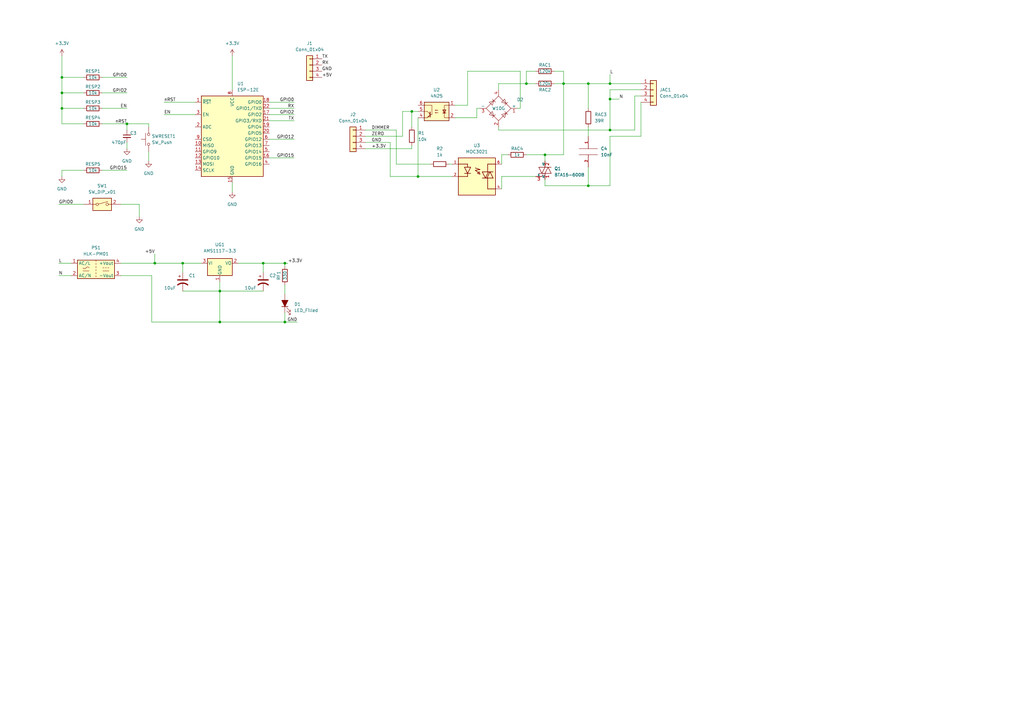
<source format=kicad_sch>
(kicad_sch (version 20211123) (generator eeschema)
  (paper "A3")
  (lib_symbols
    (symbol "Connector_Generic:Conn_01x04" (pin_names (offset 1.016) hide)
      (property "Reference" "J" (at 0 5.08 0))
      (property "Value" "Conn_01x04" (at 0 -7.62 0))
      (symbol "Conn_01x04_1_1"
        (rectangle (start -1.27 -4.953) (end 0 -5.207) (stroke (width 0.1524)))
        (rectangle (start -1.27 -2.413) (end 0 -2.667) (stroke (width 0.1524)))
        (rectangle (start -1.27 0.127) (end 0 -0.127) (stroke (width 0.1524)))
        (rectangle (start -1.27 2.667) (end 0 2.413) (stroke (width 0.1524)))
        (rectangle (start -1.27 3.81) (end 1.27 -6.35) (stroke (width 0.254)) (fill (type background)))
        (pin passive line (at -5.08 2.54 0) (length 3.81) (name "Pin_1") (number "1"))
        (pin passive line (at -5.08 0 0) (length 3.81) (name "Pin_2") (number "2"))
        (pin passive line (at -5.08 -2.54 0) (length 3.81) (name "Pin_3") (number "3"))
        (pin passive line (at -5.08 -5.08 0) (length 3.81) (name "Pin_4") (number "4"))
      )
    )
    (symbol "Converter_ACDC:HLK-PM01"
      (property "Reference" "PS" (at 0 5.08 0))
      (property "Value" "HLK-PM01" (at 0 -5.08 0))
      (symbol "HLK-PM01_0_1"
        (rectangle (start -7.62 3.81) (end 7.62 -3.81) (stroke (width 0.254)) (fill (type background)))
        (arc (start -5.334 0.635) (mid -4.699 0.2495) (end -4.064 0.635))
        (arc (start -2.794 0.635) (mid -3.429 1.0072) (end -4.064 0.635))
        (polyline (pts (xy -5.334 -0.635) (xy -2.794 -0.635)))
        (polyline (pts (xy 0 -2.54) (xy 0 -3.175)))
        (polyline (pts (xy 0 -1.27) (xy 0 -1.905)))
        (polyline (pts (xy 0 0) (xy 0 -0.635)))
        (polyline (pts (xy 0 1.27) (xy 0 0.635)))
        (polyline (pts (xy 0 2.54) (xy 0 1.905)))
        (polyline (pts (xy 0 3.81) (xy 0 3.175)))
        (polyline (pts (xy 2.794 -0.635) (xy 5.334 -0.635)))
        (polyline (pts (xy 2.794 0.635) (xy 3.302 0.635)))
        (polyline (pts (xy 3.81 0.635) (xy 4.318 0.635)))
        (polyline (pts (xy 4.826 0.635) (xy 5.334 0.635)))
      )
      (symbol "HLK-PM01_1_1"
        (pin power_in line (at -10.16 2.54 0) (length 2.54) (name "AC/L") (number "1"))
        (pin power_in line (at -10.16 -2.54 0) (length 2.54) (name "AC/N") (number "2"))
        (pin power_out line (at 10.16 -2.54 180) (length 2.54) (name "-Vout") (number "3"))
        (pin power_out line (at 10.16 2.54 180) (length 2.54) (name "+Vout") (number "4"))
      )
    )
    (symbol "Device:C_Polarized_US" (pin_numbers hide) (pin_names (offset 0.254) hide)
      (property "Reference" "C" (at 0.635 2.54 0))
      (property "Value" "C_Polarized_US" (at 0.635 -2.54 0))
      (symbol "C_Polarized_US_0_1"
        (polyline (pts (xy -2.032 0.762) (xy 2.032 0.762)) (stroke (width 0.508)))
        (polyline (pts (xy -1.778 2.286) (xy -0.762 2.286)))
        (polyline (pts (xy -1.27 1.778) (xy -1.27 2.794)))
        (arc (start 2.032 -1.27) (mid 0 -0.5572) (end -2.032 -1.27) (stroke (width 0.508)))
      )
      (symbol "C_Polarized_US_1_1"
        (pin passive line (at 0 3.81 270) (length 2.794) (name "~") (number "1"))
        (pin passive line (at 0 -3.81 90) (length 3.302) (name "~") (number "2"))
      )
    )
    (symbol "Device:C_Small" (pin_numbers hide) (pin_names (offset 0.254) hide)
      (property "Reference" "C" (at 0.254 1.778 0))
      (property "Value" "C_Small" (at 0.254 -2.032 0))
      (symbol "C_Small_0_1"
        (polyline (pts (xy -1.524 -0.508) (xy 1.524 -0.508)) (stroke (width 0.3302)))
        (polyline (pts (xy -1.524 0.508) (xy 1.524 0.508)) (stroke (width 0.3048)))
      )
      (symbol "C_Small_1_1"
        (pin passive line (at 0 2.54 270) (length 2.032) (name "~") (number "1"))
        (pin passive line (at 0 -2.54 90) (length 2.032) (name "~") (number "2"))
      )
    )
    (symbol "Device:LED_Filled" (pin_numbers hide) (pin_names (offset 1.016) hide)
      (property "Reference" "D" (at 0 2.54 0))
      (property "Value" "LED_Filled" (at 0 -2.54 0))
      (symbol "LED_Filled_0_1"
        (polyline (pts (xy -1.27 -1.27) (xy -1.27 1.27)) (stroke (width 0.254)))
        (polyline (pts (xy -1.27 0) (xy 1.27 0)))
        (polyline (pts (xy 1.27 -1.27) (xy 1.27 1.27) (xy -1.27 0) (xy 1.27 -1.27)) (stroke (width 0.254)) (fill (type outline)))
        (polyline (pts (xy -3.048 -0.762) (xy -4.572 -2.286) (xy -3.81 -2.286) (xy -4.572 -2.286) (xy -4.572 -1.524)))
        (polyline (pts (xy -1.778 -0.762) (xy -3.302 -2.286) (xy -2.54 -2.286) (xy -3.302 -2.286) (xy -3.302 -1.524)))
      )
      (symbol "LED_Filled_1_1"
        (pin passive line (at -3.81 0 0) (length 2.54) (name "K") (number "1"))
        (pin passive line (at 3.81 0 180) (length 2.54) (name "A") (number "2"))
      )
    )
    (symbol "Device:R" (pin_numbers hide) (pin_names (offset 0))
      (property "Reference" "R" (at 2.032 0 90))
      (property "Value" "R" (at 0 0 90))
      (symbol "R_0_1"
        (rectangle (start -1.016 -2.54) (end 1.016 2.54) (stroke (width 0.254)))
      )
      (symbol "R_1_1"
        (pin passive line (at 0 3.81 270) (length 1.27) (name "~") (number "1"))
        (pin passive line (at 0 -3.81 90) (length 1.27) (name "~") (number "2"))
      )
    )
    (symbol "Diode_Bridge:W10G" (pin_names (offset 0))
      (property "Reference" "D" (at 2.54 6.985 0))
      (property "Value" "W10G" (at 2.54 5.08 0))
      (symbol "W10G_0_1"
        (polyline (pts (xy -2.54 3.81) (xy -1.27 2.54)))
        (polyline (pts (xy -1.27 -2.54) (xy -2.54 -3.81)))
        (polyline (pts (xy 2.54 -1.27) (xy 3.81 -2.54)))
        (polyline (pts (xy 2.54 1.27) (xy 3.81 2.54)))
        (polyline (pts (xy -3.81 2.54) (xy -2.54 1.27) (xy -1.905 3.175) (xy -3.81 2.54)))
        (polyline (pts (xy -2.54 -1.27) (xy -3.81 -2.54) (xy -1.905 -3.175) (xy -2.54 -1.27)))
        (polyline (pts (xy 1.27 2.54) (xy 2.54 3.81) (xy 3.175 1.905) (xy 1.27 2.54)))
        (polyline (pts (xy 3.175 -1.905) (xy 1.27 -2.54) (xy 2.54 -3.81) (xy 3.175 -1.905)))
        (polyline (pts (xy -5.08 0) (xy 0 -5.08) (xy 5.08 0) (xy 0 5.08) (xy -5.08 0)))
      )
      (symbol "W10G_1_1"
        (pin passive line (at 7.62 0 180) (length 2.54) (name "+") (number "1"))
        (pin passive line (at 0 -7.62 90) (length 2.54) (name "~") (number "2"))
        (pin passive line (at -7.62 0 0) (length 2.54) (name "-") (number "3"))
        (pin passive line (at 0 7.62 270) (length 2.54) (name "~") (number "4"))
      )
    )
    (symbol "Isolator:4N25" (pin_names (offset 1.016))
      (property "Reference" "U" (at -5.08 5.08 0))
      (property "Value" "4N25" (at 0 5.08 0))
      (symbol "4N25_0_1"
        (rectangle (start -5.08 3.81) (end 5.08 -3.81) (stroke (width 0.254)) (fill (type background)))
        (polyline (pts (xy -3.81 -0.635) (xy -2.54 -0.635)) (stroke (width 0.254)))
        (polyline (pts (xy 2.667 -1.397) (xy 3.81 -2.54)))
        (polyline (pts (xy 2.667 -1.143) (xy 3.81 0)))
        (polyline (pts (xy 3.81 -2.54) (xy 5.08 -2.54)))
        (polyline (pts (xy 3.81 0) (xy 5.08 0)))
        (polyline (pts (xy 2.667 -0.254) (xy 2.667 -2.286) (xy 2.667 -2.286)) (stroke (width 0.3556)))
        (polyline (pts (xy -5.08 -2.54) (xy -3.175 -2.54) (xy -3.175 2.54) (xy -5.08 2.54)))
        (polyline (pts (xy -3.175 -0.635) (xy -3.81 0.635) (xy -2.54 0.635) (xy -3.175 -0.635)) (stroke (width 0.254)))
        (polyline (pts (xy 3.683 -2.413) (xy 3.429 -1.905) (xy 3.175 -2.159) (xy 3.683 -2.413)))
        (polyline (pts (xy 5.08 2.54) (xy 1.905 2.54) (xy 1.905 -1.27) (xy 2.54 -1.27)))
        (polyline (pts (xy -0.635 -0.508) (xy 0.635 -0.508) (xy 0.254 -0.635) (xy 0.254 -0.381) (xy 0.635 -0.508)))
        (polyline (pts (xy -0.635 0.508) (xy 0.635 0.508) (xy 0.254 0.381) (xy 0.254 0.635) (xy 0.635 0.508)))
      )
      (symbol "4N25_1_1"
        (pin passive line (at -7.62 2.54 0) (length 2.54) (name "~") (number "1"))
        (pin passive line (at -7.62 -2.54 0) (length 2.54) (name "~") (number "2"))
        (pin no_connect line (at -5.08 0 0) (length 2.54) hide (name "NC") (number "3"))
        (pin passive line (at 7.62 -2.54 180) (length 2.54) (name "~") (number "4"))
        (pin passive line (at 7.62 0 180) (length 2.54) (name "~") (number "5"))
        (pin passive line (at 7.62 2.54 180) (length 2.54) (name "~") (number "6"))
      )
    )
    (symbol "MOC3021:MOC3021" (pin_names (offset 1.016))
      (property "Reference" "U" (at -7.6286 8.2643 0))
      (property "Value" "MOC3021" (at -7.6314 -10.1751 0))
      (symbol "MOC3021_0_0"
        (rectangle (start -7.62 -7.62) (end 7.62 7.62) (stroke (width 0.254)) (fill (type background)))
        (polyline (pts (xy -5.08 1.27) (xy -3.81 1.27)) (stroke (width 0.254)))
        (polyline (pts (xy -5.08 3.81) (xy -3.81 1.27)) (stroke (width 0.254)))
        (polyline (pts (xy -3.81 0) (xy -7.62 0)) (stroke (width 0.254)))
        (polyline (pts (xy -3.81 1.27) (xy -3.81 0)) (stroke (width 0.254)))
        (polyline (pts (xy -3.81 1.27) (xy -2.54 1.27)) (stroke (width 0.254)))
        (polyline (pts (xy -3.81 1.27) (xy -2.54 3.81)) (stroke (width 0.254)))
        (polyline (pts (xy -3.81 3.81) (xy -5.08 3.81)) (stroke (width 0.254)))
        (polyline (pts (xy -3.81 3.81) (xy -3.81 5.08)) (stroke (width 0.254)))
        (polyline (pts (xy -3.81 5.08) (xy -7.62 5.08)) (stroke (width 0.254)))
        (polyline (pts (xy -2.54 3.81) (xy -3.81 3.81)) (stroke (width 0.254)))
        (polyline (pts (xy -0.635 2.54) (xy 0.635 1.5875)) (stroke (width 0.254)))
        (polyline (pts (xy -0.635 3.4925) (xy 1.27 2.8575)) (stroke (width 0.254)))
        (polyline (pts (xy 0.3175 1.27) (xy 1.27 0.9525)) (stroke (width 0.254)))
        (polyline (pts (xy 0.635 1.5875) (xy 0.3175 1.27)) (stroke (width 0.254)))
        (polyline (pts (xy 0.9525 1.905) (xy 0.635 1.5875)) (stroke (width 0.254)))
        (polyline (pts (xy 1.27 0.9525) (xy 0.9525 1.905)) (stroke (width 0.254)))
        (polyline (pts (xy 1.27 2.8575) (xy -0.635 2.54)) (stroke (width 0.254)))
        (polyline (pts (xy 2.2225 -0.635) (xy 3.4925 -0.635)) (stroke (width 0.254)))
        (polyline (pts (xy 2.2225 1.905) (xy 4.445 1.905)) (stroke (width 0.254)))
        (polyline (pts (xy 3.4925 -0.635) (xy 2.2225 1.905)) (stroke (width 0.254)))
        (polyline (pts (xy 3.4925 -0.635) (xy 4.1275 -0.635)) (stroke (width 0.254)))
        (polyline (pts (xy 4.1275 -0.635) (xy 4.445 -0.635)) (stroke (width 0.254)))
        (polyline (pts (xy 4.445 -5.08) (xy 7.62 -5.08)) (stroke (width 0.254)))
        (polyline (pts (xy 4.445 -0.635) (xy 4.445 -5.08)) (stroke (width 0.254)))
        (polyline (pts (xy 4.445 -0.635) (xy 6.6675 -0.635)) (stroke (width 0.254)))
        (polyline (pts (xy 4.445 1.905) (xy 4.7625 1.905)) (stroke (width 0.254)))
        (polyline (pts (xy 4.445 5.08) (xy 4.445 1.905)) (stroke (width 0.254)))
        (polyline (pts (xy 4.445 5.08) (xy 7.62 5.08)) (stroke (width 0.254)))
        (polyline (pts (xy 4.7625 1.905) (xy 3.4925 -0.635)) (stroke (width 0.254)))
        (polyline (pts (xy 4.7625 1.905) (xy 5.3975 1.905)) (stroke (width 0.254)))
        (polyline (pts (xy 5.3975 1.905) (xy 4.1275 -0.635)) (stroke (width 0.254)))
        (polyline (pts (xy 5.3975 1.905) (xy 6.6675 1.905)) (stroke (width 0.254)))
        (polyline (pts (xy 6.6675 -0.635) (xy 5.3975 1.905)) (stroke (width 0.254)))
        (pin passive line (at -10.16 5.08 0) (length 2.54) (name "~") (number "1"))
        (pin passive line (at -10.16 0 0) (length 2.54) (name "~") (number "2"))
        (pin passive line (at 10.16 -5.08 180) (length 2.54) (name "~") (number "4"))
        (pin passive line (at 10.16 5.08 180) (length 2.54) (name "~") (number "6"))
      )
    )
    (symbol "RF_Module:ESP-12E"
      (property "Reference" "U" (at -12.7 19.05 0))
      (property "Value" "ESP-12E" (at 12.7 19.05 0))
      (symbol "ESP-12E_0_1"
        (rectangle (start -12.7 17.78) (end 12.7 -15.24) (stroke (width 0.254)) (fill (type background)))
      )
      (symbol "ESP-12E_1_1"
        (pin input line (at -15.24 15.24 0) (length 2.54) (name "~{RST}") (number "1"))
        (pin bidirectional line (at -15.24 -2.54 0) (length 2.54) (name "MISO") (number "10"))
        (pin bidirectional line (at -15.24 -5.08 0) (length 2.54) (name "GPIO9") (number "11"))
        (pin bidirectional line (at -15.24 -7.62 0) (length 2.54) (name "GPIO10") (number "12"))
        (pin bidirectional line (at -15.24 -10.16 0) (length 2.54) (name "MOSI") (number "13"))
        (pin bidirectional line (at -15.24 -12.7 0) (length 2.54) (name "SCLK") (number "14"))
        (pin power_in line (at 0 -17.78 90) (length 2.54) (name "GND") (number "15"))
        (pin bidirectional line (at 15.24 -7.62 180) (length 2.54) (name "GPIO15") (number "16"))
        (pin bidirectional line (at 15.24 10.16 180) (length 2.54) (name "GPIO2") (number "17"))
        (pin bidirectional line (at 15.24 15.24 180) (length 2.54) (name "GPIO0") (number "18"))
        (pin bidirectional line (at 15.24 5.08 180) (length 2.54) (name "GPIO4") (number "19"))
        (pin input line (at -15.24 5.08 0) (length 2.54) (name "ADC") (number "2"))
        (pin bidirectional line (at 15.24 2.54 180) (length 2.54) (name "GPIO5") (number "20"))
        (pin bidirectional line (at 15.24 7.62 180) (length 2.54) (name "GPIO3/RXD") (number "21"))
        (pin bidirectional line (at 15.24 12.7 180) (length 2.54) (name "GPIO1/TXD") (number "22"))
        (pin input line (at -15.24 10.16 0) (length 2.54) (name "EN") (number "3"))
        (pin bidirectional line (at 15.24 -10.16 180) (length 2.54) (name "GPIO16") (number "4"))
        (pin bidirectional line (at 15.24 -5.08 180) (length 2.54) (name "GPIO14") (number "5"))
        (pin bidirectional line (at 15.24 0 180) (length 2.54) (name "GPIO12") (number "6"))
        (pin bidirectional line (at 15.24 -2.54 180) (length 2.54) (name "GPIO13") (number "7"))
        (pin power_in line (at 0 20.32 270) (length 2.54) (name "VCC") (number "8"))
        (pin input line (at -15.24 0 0) (length 2.54) (name "CS0") (number "9"))
      )
    )
    (symbol "Regulator_Linear:AMS1117-3.3" (pin_names (offset 0.254))
      (property "Reference" "U" (at -3.81 3.175 0))
      (property "Value" "AMS1117-3.3" (at 0 3.175 0))
      (symbol "AMS1117-3.3_0_1"
        (rectangle (start -5.08 -5.08) (end 5.08 1.905) (stroke (width 0.254)) (fill (type background)))
      )
      (symbol "AMS1117-3.3_1_1"
        (pin power_in line (at 0 -7.62 90) (length 2.54) (name "GND") (number "1"))
        (pin power_out line (at 7.62 0 180) (length 2.54) (name "VO") (number "2"))
        (pin power_in line (at -7.62 0 0) (length 2.54) (name "VI") (number "3"))
      )
    )
    (symbol "Switch:SW_DIP_x01" (pin_names (offset 0) hide)
      (property "Reference" "SW" (at 0 3.81 0))
      (property "Value" "SW_DIP_x01" (at 0 -3.81 0))
      (symbol "SW_DIP_x01_0_0"
        (circle (center -2.032 0) (radius 0.508))
        (polyline (pts (xy -1.524 0.127) (xy 2.3622 1.1684)))
        (circle (center 2.032 0) (radius 0.508))
      )
      (symbol "SW_DIP_x01_0_1"
        (rectangle (start -3.81 2.54) (end 3.81 -2.54) (stroke (width 0.254)) (fill (type background)))
      )
      (symbol "SW_DIP_x01_1_1"
        (pin passive line (at -7.62 0 0) (length 5.08) (name "~") (number "1"))
        (pin passive line (at 7.62 0 180) (length 5.08) (name "~") (number "2"))
      )
    )
    (symbol "Switch:SW_Push" (pin_numbers hide) (pin_names (offset 1.016) hide)
      (property "Reference" "SW" (at 1.27 2.54 0))
      (property "Value" "SW_Push" (at 0 -1.524 0))
      (symbol "SW_Push_0_1"
        (circle (center -2.032 0) (radius 0.508))
        (polyline (pts (xy 0 1.27) (xy 0 3.048)))
        (polyline (pts (xy 2.54 1.27) (xy -2.54 1.27)))
        (circle (center 2.032 0) (radius 0.508))
        (pin passive line (at -5.08 0 0) (length 2.54) (name "1") (number "1"))
        (pin passive line (at 5.08 0 180) (length 2.54) (name "2") (number "2"))
      )
    )
    (symbol "Triac_Thyristor:BTA16-600B" (pin_names (offset 0))
      (property "Reference" "Q" (at 5.08 1.905 0))
      (property "Value" "BTA16-600B" (at 5.08 0 0))
      (symbol "BTA16-600B_0_1"
        (polyline (pts (xy -2.54 -1.27) (xy 2.54 -1.27)) (stroke (width 0.2032)))
        (polyline (pts (xy -2.54 1.27) (xy 2.54 1.27)) (stroke (width 0.2032)))
        (polyline (pts (xy -1.27 -2.54) (xy -0.635 -1.27)))
        (polyline (pts (xy -2.54 1.27) (xy -1.27 -1.27) (xy 0 1.27)) (stroke (width 0.2032)))
        (polyline (pts (xy 0 -1.27) (xy 1.27 1.27) (xy 2.54 -1.27)) (stroke (width 0.2032)))
      )
      (symbol "BTA16-600B_1_1"
        (pin passive line (at 0 -3.81 90) (length 2.54) (name "A1") (number "1"))
        (pin passive line (at 0 3.81 270) (length 2.54) (name "A2") (number "2"))
        (pin input line (at -3.81 -2.54 0) (length 2.54) (name "G") (number "3"))
      )
    )
    (symbol "power:+3.3V" (power) (pin_names (offset 0))
      (property "Value" "+3.3V" (at 0 3.556 0))
      (symbol "+3.3V_0_1"
        (polyline (pts (xy -0.762 1.27) (xy 0 2.54)))
        (polyline (pts (xy 0 0) (xy 0 2.54)))
        (polyline (pts (xy 0 2.54) (xy 0.762 1.27)))
      )
      (symbol "+3.3V_1_1"
        (pin power_in line (at 0 0 90) (length 0) hide (name "+3.3V") (number "1"))
      )
    )
    (symbol "power:GND" (power) (pin_names (offset 0))
      (property "Value" "GND" (at 0 -3.81 0))
      (symbol "GND_0_1"
        (polyline (pts (xy 0 0) (xy 0 -1.27) (xy 1.27 -1.27) (xy 0 -2.54) (xy -1.27 -1.27) (xy 0 -1.27)))
      )
      (symbol "GND_1_1"
        (pin power_in line (at 0 0 270) (length 0) hide (name "GND") (number "1"))
      )
    )
    (symbol "pspice:CAP" (pin_names (offset 0.254))
      (property "Reference" "C" (at 2.54 3.81 90))
      (property "Value" "CAP" (at 2.54 -3.81 90))
      (symbol "CAP_0_1"
        (polyline (pts (xy -3.81 -1.27) (xy 3.81 -1.27)))
        (polyline (pts (xy -3.81 1.27) (xy 3.81 1.27)))
      )
      (symbol "CAP_1_1"
        (pin passive line (at 0 6.35 270) (length 5.08) (name "~") (number "1"))
        (pin passive line (at 0 -6.35 90) (length 5.08) (name "~") (number "2"))
      )
    )
  )
  (junction (at 52.07 50.8))
  (junction (at 215.9 34.29))
  (junction (at 171.45 72.39))
  (junction (at 250.19 40.64))
  (junction (at 250.19 34.29))
  (junction (at 63.5 107.95))
  (junction (at 25.4 38.1))
  (junction (at 231.14 34.29))
  (junction (at 116.84 107.95))
  (junction (at 168.91 45.72))
  (junction (at 25.4 44.45))
  (junction (at 74.93 107.95))
  (junction (at 223.52 63.5))
  (junction (at 250.19 53.34))
  (junction (at 25.4 31.75))
  (junction (at 107.95 107.95))
  (junction (at 90.17 119.38))
  (junction (at 241.3 34.29))
  (junction (at 116.84 132.08))
  (junction (at 90.17 132.08))
  (junction (at 241.3 76.2))
  (wire (pts (xy 204.47 53.34) (xy 250.19 53.34)))
  (wire (pts (xy 191.77 29.21) (xy 191.77 43.18)))
  (wire (pts (xy 90.17 132.08) (xy 90.17 119.38)))
  (wire (pts (xy 241.3 76.2) (xy 223.52 76.2)))
  (wire (pts (xy 110.49 64.77) (xy 120.65 64.77)))
  (wire (pts (xy 176.53 67.31) (xy 162.56 67.31)))
  (wire (pts (xy 41.91 44.45) (xy 52.07 44.45)))
  (wire (pts (xy 34.29 44.45) (xy 25.4 44.45)))
  (wire (pts (xy 223.52 76.2) (xy 223.52 73.66)))
  (wire (pts (xy 250.19 34.29) (xy 262.89 34.29)))
  (wire (pts (xy 186.69 43.18) (xy 191.77 43.18)))
  (wire (pts (xy 195.58 48.26) (xy 186.69 48.26)))
  (wire (pts (xy 204.47 36.83) (xy 204.47 34.29)))
  (wire (pts (xy 110.49 49.53) (xy 120.65 49.53)))
  (wire (pts (xy 165.1 55.88) (xy 165.1 45.72)))
  (wire (pts (xy 49.53 83.82) (xy 57.15 83.82)))
  (wire (pts (xy 110.49 57.15) (xy 120.65 57.15)))
  (wire (pts (xy 90.17 132.08) (xy 116.84 132.08)))
  (wire (pts (xy 90.17 119.38) (xy 107.95 119.38)))
  (wire (pts (xy 219.71 72.39) (xy 205.74 72.39)))
  (wire (pts (xy 24.13 83.82) (xy 34.29 83.82)))
  (wire (pts (xy 165.1 45.72) (xy 168.91 45.72)))
  (wire (pts (xy 107.95 107.95) (xy 116.84 107.95)))
  (wire (pts (xy 25.4 72.39) (xy 25.4 69.85)))
  (wire (pts (xy 213.36 44.45) (xy 213.36 29.21)))
  (wire (pts (xy 74.93 111.76) (xy 74.93 107.95)))
  (wire (pts (xy 231.14 63.5) (xy 223.52 63.5)))
  (wire (pts (xy 250.19 36.83) (xy 250.19 40.64)))
  (wire (pts (xy 24.13 107.95) (xy 29.21 107.95)))
  (wire (pts (xy 149.86 53.34) (xy 162.56 53.34)))
  (wire (pts (xy 196.85 44.45) (xy 195.58 44.45)))
  (wire (pts (xy 116.84 132.08) (xy 121.92 132.08)))
  (wire (pts (xy 205.74 63.5) (xy 205.74 67.31)))
  (wire (pts (xy 49.53 113.03) (xy 62.23 113.03)))
  (wire (pts (xy 250.19 40.64) (xy 250.19 53.34)))
  (wire (pts (xy 205.74 72.39) (xy 205.74 77.47)))
  (wire (pts (xy 107.95 107.95) (xy 97.79 107.95)))
  (wire (pts (xy 52.07 50.8) (xy 52.07 53.34)))
  (wire (pts (xy 223.52 63.5) (xy 223.52 66.04)))
  (wire (pts (xy 213.36 29.21) (xy 191.77 29.21)))
  (wire (pts (xy 250.19 55.88) (xy 250.19 76.2)))
  (wire (pts (xy 62.23 132.08) (xy 90.17 132.08)))
  (wire (pts (xy 205.74 63.5) (xy 208.28 63.5)))
  (wire (pts (xy 250.19 55.88) (xy 262.89 55.88)))
  (wire (pts (xy 52.07 50.8) (xy 60.96 50.8)))
  (wire (pts (xy 34.29 38.1) (xy 25.4 38.1)))
  (wire (pts (xy 241.3 34.29) (xy 231.14 34.29)))
  (wire (pts (xy 60.96 62.23) (xy 60.96 66.04)))
  (wire (pts (xy 149.86 55.88) (xy 165.1 55.88)))
  (wire (pts (xy 250.19 53.34) (xy 260.35 53.34)))
  (wire (pts (xy 25.4 22.86) (xy 25.4 31.75)))
  (wire (pts (xy 63.5 104.14) (xy 63.5 107.95)))
  (wire (pts (xy 160.02 72.39) (xy 171.45 72.39)))
  (wire (pts (xy 171.45 72.39) (xy 185.42 72.39)))
  (wire (pts (xy 204.47 34.29) (xy 215.9 34.29)))
  (wire (pts (xy 34.29 50.8) (xy 25.4 50.8)))
  (wire (pts (xy 67.31 41.91) (xy 80.01 41.91)))
  (wire (pts (xy 107.95 111.76) (xy 107.95 107.95)))
  (wire (pts (xy 90.17 119.38) (xy 90.17 115.57)))
  (wire (pts (xy 110.49 44.45) (xy 120.65 44.45)))
  (wire (pts (xy 241.3 34.29) (xy 241.3 44.45)))
  (wire (pts (xy 110.49 46.99) (xy 120.65 46.99)))
  (wire (pts (xy 25.4 44.45) (xy 25.4 38.1)))
  (wire (pts (xy 231.14 29.21) (xy 231.14 34.29)))
  (wire (pts (xy 52.07 58.42) (xy 52.07 60.96)))
  (wire (pts (xy 160.02 58.42) (xy 160.02 72.39)))
  (wire (pts (xy 168.91 45.72) (xy 171.45 45.72)))
  (wire (pts (xy 231.14 34.29) (xy 231.14 63.5)))
  (wire (pts (xy 95.25 74.93) (xy 95.25 78.74)))
  (wire (pts (xy 49.53 107.95) (xy 63.5 107.95)))
  (wire (pts (xy 184.15 67.31) (xy 185.42 67.31)))
  (wire (pts (xy 62.23 132.08) (xy 62.23 113.03)))
  (wire (pts (xy 74.93 107.95) (xy 82.55 107.95)))
  (wire (pts (xy 162.56 67.31) (xy 162.56 53.34)))
  (wire (pts (xy 116.84 128.27) (xy 116.84 132.08)))
  (wire (pts (xy 250.19 30.48) (xy 250.19 34.29)))
  (wire (pts (xy 149.86 58.42) (xy 160.02 58.42)))
  (wire (pts (xy 41.91 38.1) (xy 52.07 38.1)))
  (wire (pts (xy 60.96 52.07) (xy 60.96 50.8)))
  (wire (pts (xy 41.91 50.8) (xy 52.07 50.8)))
  (wire (pts (xy 195.58 44.45) (xy 195.58 48.26)))
  (wire (pts (xy 227.33 29.21) (xy 231.14 29.21)))
  (wire (pts (xy 250.19 34.29) (xy 241.3 34.29)))
  (wire (pts (xy 262.89 55.88) (xy 262.89 41.91)))
  (wire (pts (xy 231.14 34.29) (xy 227.33 34.29)))
  (wire (pts (xy 250.19 40.64) (xy 254 40.64)))
  (wire (pts (xy 171.45 48.26) (xy 171.45 72.39)))
  (wire (pts (xy 41.91 31.75) (xy 52.07 31.75)))
  (wire (pts (xy 215.9 63.5) (xy 223.52 63.5)))
  (wire (pts (xy 149.86 60.96) (xy 168.91 60.96)))
  (wire (pts (xy 63.5 107.95) (xy 74.93 107.95)))
  (wire (pts (xy 41.91 69.85) (xy 52.07 69.85)))
  (wire (pts (xy 260.35 53.34) (xy 260.35 39.37)))
  (wire (pts (xy 212.09 44.45) (xy 213.36 44.45)))
  (wire (pts (xy 219.71 29.21) (xy 215.9 29.21)))
  (wire (pts (xy 260.35 39.37) (xy 262.89 39.37)))
  (wire (pts (xy 74.93 119.38) (xy 90.17 119.38)))
  (wire (pts (xy 67.31 46.99) (xy 80.01 46.99)))
  (wire (pts (xy 25.4 69.85) (xy 34.29 69.85)))
  (wire (pts (xy 24.13 113.03) (xy 29.21 113.03)))
  (wire (pts (xy 168.91 60.96) (xy 168.91 59.69)))
  (wire (pts (xy 116.84 107.95) (xy 118.11 107.95)))
  (wire (pts (xy 168.91 45.72) (xy 168.91 52.07)))
  (wire (pts (xy 250.19 36.83) (xy 262.89 36.83)))
  (wire (pts (xy 215.9 34.29) (xy 219.71 34.29)))
  (wire (pts (xy 95.25 22.86) (xy 95.25 36.83)))
  (wire (pts (xy 215.9 29.21) (xy 215.9 34.29)))
  (wire (pts (xy 116.84 116.84) (xy 116.84 120.65)))
  (wire (pts (xy 241.3 52.07) (xy 241.3 55.88)))
  (wire (pts (xy 25.4 31.75) (xy 34.29 31.75)))
  (wire (pts (xy 25.4 50.8) (xy 25.4 44.45)))
  (wire (pts (xy 25.4 38.1) (xy 25.4 31.75)))
  (wire (pts (xy 116.84 107.95) (xy 116.84 109.22)))
  (wire (pts (xy 241.3 68.58) (xy 241.3 76.2)))
  (wire (pts (xy 250.19 76.2) (xy 241.3 76.2)))
  (wire (pts (xy 57.15 83.82) (xy 57.15 88.9)))
  (wire (pts (xy 204.47 52.07) (xy 204.47 53.34)))
  (wire (pts (xy 110.49 41.91) (xy 120.65 41.91)))
  (label "+5V" (at 132.08 31.75 0))
  (label "nRST" (at 52.07 50.8 180))
  (label "+3.3V" (at 152.4 60.96 0))
  (label "GPIO15" (at 52.07 69.85 180))
  (label "GPIO2" (at 52.07 38.1 180))
  (label "TX" (at 120.65 49.53 180))
  (label "GPIO2" (at 120.65 46.99 180))
  (label "+3.3V" (at 118.11 107.95 0))
  (label "GPIO0" (at 120.65 41.91 180))
  (label "GND" (at 132.08 29.21 0))
  (label "EN" (at 52.07 44.45 180))
  (label "TX" (at 132.08 24.13 0))
  (label "L" (at 250.19 30.48 0))
  (label "N" (at 254 40.64 0))
  (label "L" (at 24.13 107.95 0))
  (label "N" (at 24.13 113.03 0))
  (label "GPIO0" (at 52.07 31.75 180))
  (label "EN" (at 67.31 46.99 0))
  (label "ZERO" (at 152.4 55.88 0))
  (label "GND" (at 121.92 132.08 180))
  (label "GND" (at 152.4 58.42 0))
  (label "DIMMER" (at 152.4 53.34 0))
  (label "+5V" (at 63.5 104.14 180))
  (label "nRST" (at 67.31 41.91 0))
  (label "RX" (at 132.08 26.67 0))
  (label "RX" (at 120.65 44.45 180))
  (label "GPIO12" (at 120.65 57.15 180))
  (label "GPIO0" (at 24.13 83.82 0))
  (label "GPIO15" (at 120.65 64.77 180))
  (symbol (lib_id "Diode_Bridge:W10G") (at 204.47 44.45 0) (unit 1)
    (property "Reference" "D2" (at 213.36 40.8686 0))
    (property "Value" "W10G" (at 204.47 44.45 0))
    (property "Footprint" "Diode_THT:Diode_Bridge_Round_D9.8mm" (effects hide))
    (property "Datasheet" "https://www.vishay.com/docs/88769/woo5g.pdf" (effects hide))
  )
  (symbol (lib_id "Device:R") (at 212.09 63.5 90) (unit 1)
    (property "Reference" "RAC4" (at 212.09 60.96 90))
    (property "Value" "1k" (at 212.09 63.5 90))
    (property "Footprint" "Resistor_THT:R_Axial_DIN0414_L11.9mm_D4.5mm_P15.24mm_Horizontal" (effects hide))
  )
  (symbol (lib_id "power:GND") (at 57.15 88.9 0) (unit 1)
    (property "Reference" "#PWR0102" (effects hide))
    (property "Value" "GND" (at 57.15 93.98 0))
  )
  (symbol (lib_id "RF_Module:ESP-12E") (at 95.25 57.15 0) (unit 1)
    (property "Reference" "U1" (at 97.2694 34.29 0) (effects (justify left)))
    (property "Value" "ESP-12E" (at 97.2694 36.83 0) (effects (justify left)))
    (property "Footprint" "RF_Module:ESP-12E" (effects hide))
    (property "Datasheet" "http://wiki.ai-thinker.com/_media/esp8266/esp8266_series_modules_user_manual_v1.1.pdf" (effects hide))
  )
  (symbol (lib_id "Device:R") (at 38.1 31.75 90) (unit 1)
    (property "Reference" "RESP1" (at 38.1 29.21 90))
    (property "Value" "10k" (at 38.1 31.75 90))
    (property "Footprint" "Resistor_THT:R_Axial_DIN0207_L6.3mm_D2.5mm_P7.62mm_Horizontal" (effects hide))
  )
  (symbol (lib_id "Device:LED_Filled") (at 116.84 124.46 90) (unit 1)
    (property "Reference" "D1" (at 120.65 124.7774 90) (effects (justify right)))
    (property "Value" "LED_Filled" (at 120.65 127.3174 90) (effects (justify right)))
    (property "Footprint" "LED_THT:LED_D3.0mm" (effects hide))
  )
  (symbol (lib_id "Device:R") (at 180.34 67.31 90) (unit 1)
    (property "Reference" "R2" (at 180.34 60.96 90))
    (property "Value" "1k" (at 180.34 63.5 90))
    (property "Footprint" "Resistor_THT:R_Axial_DIN0414_L11.9mm_D4.5mm_P15.24mm_Horizontal" (effects hide))
  )
  (symbol (lib_id "Device:R") (at 38.1 44.45 90) (unit 1)
    (property "Reference" "RESP3" (at 38.1 41.91 90))
    (property "Value" "10k" (at 38.1 44.45 90))
    (property "Footprint" "Resistor_THT:R_Axial_DIN0207_L6.3mm_D2.5mm_P7.62mm_Horizontal" (effects hide))
  )
  (symbol (lib_id "Connector_Generic:Conn_01x04") (at 127 26.67 0) (mirror y) (unit 1)
    (property "Reference" "J1" (at 127 17.78 0))
    (property "Value" "Conn_01x04" (at 127 20.32 0))
    (property "Footprint" "Connector_PinSocket_2.54mm:PinSocket_1x04_P2.54mm_Vertical" (effects hide))
  )
  (symbol (lib_id "Device:R") (at 241.3 48.26 180) (unit 1)
    (property "Reference" "RAC3" (at 243.84 46.9899 0) (effects (justify right)))
    (property "Value" "39R" (at 243.84 49.5299 0) (effects (justify right)))
    (property "Footprint" "Resistor_THT:R_Axial_DIN0414_L11.9mm_D4.5mm_P15.24mm_Horizontal" (effects hide))
  )
  (symbol (lib_id "Device:C_Polarized_US") (at 107.95 115.57 0) (unit 1)
    (property "Reference" "C2" (at 110.49 113.03 0) (effects (justify left)))
    (property "Value" "10uF" (at 100.33 118.11 0) (effects (justify left)))
    (property "Footprint" "Capacitor_THT:CP_Radial_D5.0mm_P2.50mm" (effects hide))
  )
  (symbol (lib_id "Device:C_Small") (at 52.07 55.88 0) (unit 1)
    (property "Reference" "C3" (at 53.34 54.61 0) (effects (justify left)))
    (property "Value" "470pF" (at 45.72 58.42 0) (effects (justify left)))
    (property "Footprint" "Capacitor_THT:C_Disc_D5.0mm_W2.5mm_P5.00mm" (effects hide))
  )
  (symbol (lib_id "Device:C_Polarized_US") (at 74.93 115.57 0) (unit 1)
    (property "Reference" "C1" (at 77.47 113.03 0) (effects (justify left)))
    (property "Value" "10uF" (at 67.31 118.11 0) (effects (justify left)))
    (property "Footprint" "Capacitor_THT:CP_Radial_D5.0mm_P2.50mm" (effects hide))
  )
  (symbol (lib_id "power:+3.3V") (at 95.25 22.86 0) (unit 1)
    (property "Reference" "#PWR0107" (effects hide))
    (property "Value" "+3.3V" (at 95.25 17.78 0))
  )
  (symbol (lib_id "MOC3021:MOC3021") (at 195.58 72.39 0) (unit 1)
    (property "Reference" "U3" (at 195.58 59.69 0))
    (property "Value" "MOC3021" (at 195.58 62.23 0))
    (property "Footprint" "MOC3021:DIP762W45P254L889H508Q6" (effects hide))
    (property "STANDARD" "IPC 7351B" (effects hide))
    (property "MANUFACTURER" "FAIRCHILD SEMICONDUCTOR" (effects hide))
    (property "PACKAGE" "DIP-6" (effects hide))
  )
  (symbol (lib_id "Device:R") (at 223.52 34.29 90) (unit 1)
    (property "Reference" "RAC2" (at 223.52 36.83 90))
    (property "Value" "120k" (at 223.52 34.29 90))
    (property "Footprint" "Resistor_THT:R_Axial_DIN0414_L11.9mm_D4.5mm_P15.24mm_Horizontal" (effects hide))
  )
  (symbol (lib_id "Device:R") (at 223.52 29.21 90) (unit 1)
    (property "Reference" "RAC1" (at 223.52 26.67 90))
    (property "Value" "120k" (at 223.52 29.21 90))
    (property "Footprint" "Resistor_THT:R_Axial_DIN0414_L11.9mm_D4.5mm_P15.24mm_Horizontal" (effects hide))
  )
  (symbol (lib_id "Connector_Generic:Conn_01x04") (at 144.78 55.88 0) (mirror y) (unit 1)
    (property "Reference" "J2" (at 144.78 46.99 0))
    (property "Value" "Conn_01x04" (at 144.78 49.53 0))
    (property "Footprint" "Connector_PinSocket_2.54mm:PinSocket_1x04_P2.54mm_Vertical" (effects hide))
  )
  (symbol (lib_id "Device:R") (at 38.1 50.8 90) (unit 1)
    (property "Reference" "RESP4" (at 38.1 48.26 90))
    (property "Value" "10k" (at 38.1 50.8 90))
    (property "Footprint" "Resistor_THT:R_Axial_DIN0207_L6.3mm_D2.5mm_P7.62mm_Horizontal" (effects hide))
  )
  (symbol (lib_id "Switch:SW_DIP_x01") (at 41.91 83.82 0) (unit 1)
    (property "Reference" "SW1" (at 41.91 76.2 0))
    (property "Value" "SW_DIP_x01" (at 41.91 78.74 0))
    (property "Footprint" "Connector_PinHeader_2.54mm:PinHeader_1x02_P2.54mm_Vertical" (effects hide))
  )
  (symbol (lib_id "power:GND") (at 60.96 66.04 0) (unit 1)
    (property "Reference" "#PWR0106" (effects hide))
    (property "Value" "GND" (at 60.96 71.12 0))
  )
  (symbol (lib_id "Connector_Generic:Conn_01x04") (at 267.97 36.83 0) (unit 1)
    (property "Reference" "JAC1" (at 270.51 36.8299 0) (effects (justify left)))
    (property "Value" "Conn_01x04" (at 270.51 39.3699 0) (effects (justify left)))
    (property "Footprint" "Connector_Wire:SolderWire-2sqmm_1x04_P7.8mm_D2mm_OD3.9mm" (effects hide))
  )
  (symbol (lib_id "Device:R") (at 38.1 38.1 90) (unit 1)
    (property "Reference" "RESP2" (at 38.1 35.56 90))
    (property "Value" "10k" (at 38.1 38.1 90))
    (property "Footprint" "Resistor_THT:R_Axial_DIN0207_L6.3mm_D2.5mm_P7.62mm_Horizontal" (effects hide))
  )
  (symbol (lib_id "power:GND") (at 25.4 72.39 0) (unit 1)
    (property "Reference" "#PWR0103" (effects hide))
    (property "Value" "GND" (at 25.4 77.47 0))
  )
  (symbol (lib_id "power:GND") (at 52.07 60.96 0) (unit 1)
    (property "Reference" "#PWR0105" (effects hide))
    (property "Value" "GND" (at 52.07 66.04 0))
  )
  (symbol (lib_id "Switch:SW_Push") (at 60.96 57.15 90) (mirror x) (unit 1)
    (property "Reference" "SWRESET1" (at 62.23 55.8799 90) (effects (justify right)))
    (property "Value" "SW_Push" (at 62.23 58.4199 90) (effects (justify right)))
    (property "Footprint" "Button_Switch_THT:SW_Tactile_SPST_Angled_PTS645Vx39-2LFS" (effects hide))
  )
  (symbol (lib_id "Device:R") (at 116.84 113.03 180) (unit 1)
    (property "Reference" "RF1" (at 114.3 113.03 90))
    (property "Value" "330" (at 116.84 113.03 90))
    (property "Footprint" "Resistor_THT:R_Axial_DIN0207_L6.3mm_D2.5mm_P7.62mm_Horizontal" (effects hide))
  )
  (symbol (lib_id "Converter_ACDC:HLK-PM01") (at 39.37 110.49 0) (unit 1)
    (property "Reference" "PS1" (at 39.37 101.6 0))
    (property "Value" "HLK-PM01" (at 39.37 104.14 0))
    (property "Footprint" "Converter_ACDC:Converter_ACDC_HiLink_HLK-PMxx" (effects hide))
    (property "Datasheet" "http://www.hlktech.net/product_detail.php?ProId=54" (effects hide))
  )
  (symbol (lib_id "power:GND") (at 95.25 78.74 0) (unit 1)
    (property "Reference" "#PWR0101" (effects hide))
    (property "Value" "GND" (at 95.25 83.82 0))
  )
  (symbol (lib_id "Triac_Thyristor:BTA16-600B") (at 223.52 69.85 0) (unit 1)
    (property "Reference" "Q1" (at 227.33 69.1641 0) (effects (justify left)))
    (property "Value" "BTA16-600B" (at 227.33 71.7041 0) (effects (justify left)))
    (property "Footprint" "Package_TO_SOT_THT:TO-220-3_Vertical" (effects hide))
    (property "Datasheet" "https://www.st.com/resource/en/datasheet/bta16.pdf" (effects hide))
  )
  (symbol (lib_id "pspice:CAP") (at 241.3 62.23 0) (unit 1)
    (property "Reference" "C4" (at 246.38 60.9599 0) (effects (justify left)))
    (property "Value" "10nF" (at 246.38 63.4999 0) (effects (justify left)))
    (property "Footprint" "Capacitor_THT:C_Disc_D10.5mm_W5.0mm_P10.00mm" (effects hide))
  )
  (symbol (lib_id "Device:R") (at 38.1 69.85 90) (unit 1)
    (property "Reference" "RESP5" (at 38.1 67.31 90))
    (property "Value" "10k" (at 38.1 69.85 90))
    (property "Footprint" "Resistor_THT:R_Axial_DIN0207_L6.3mm_D2.5mm_P7.62mm_Horizontal" (effects hide))
  )
  (symbol (lib_id "Regulator_Linear:AMS1117-3.3") (at 90.17 107.95 0) (unit 1)
    (property "Reference" "UG1" (at 90.17 100.33 0))
    (property "Value" "AMS1117-3.3" (at 90.17 102.87 0))
    (property "Footprint" "Package_TO_SOT_SMD:SOT-223-3_TabPin2" (effects hide))
    (property "Datasheet" "http://www.advanced-monolithic.com/pdf/ds1117.pdf" (effects hide))
  )
  (symbol (lib_id "Isolator:4N25") (at 179.07 45.72 0) (mirror y) (unit 1)
    (property "Reference" "U2" (at 179.07 36.83 0))
    (property "Value" "4N25" (at 179.07 39.37 0))
    (property "Footprint" "Package_DIP:DIP-6_W7.62mm" (effects hide))
    (property "Datasheet" "https://www.vishay.com/docs/83725/4n25.pdf" (effects hide))
  )
  (symbol (lib_id "Device:R") (at 168.91 55.88 0) (unit 1)
    (property "Reference" "R1" (at 171.45 54.6099 0) (effects (justify left)))
    (property "Value" "10k" (at 171.45 57.1499 0) (effects (justify left)))
    (property "Footprint" "Resistor_THT:R_Axial_DIN0207_L6.3mm_D2.5mm_P7.62mm_Horizontal" (effects hide))
  )
  (symbol (lib_id "power:+3.3V") (at 25.4 22.86 0) (unit 1)
    (property "Reference" "#PWR0104" (effects hide))
    (property "Value" "+3.3V" (at 25.4 17.78 0))
  )
)
</source>
